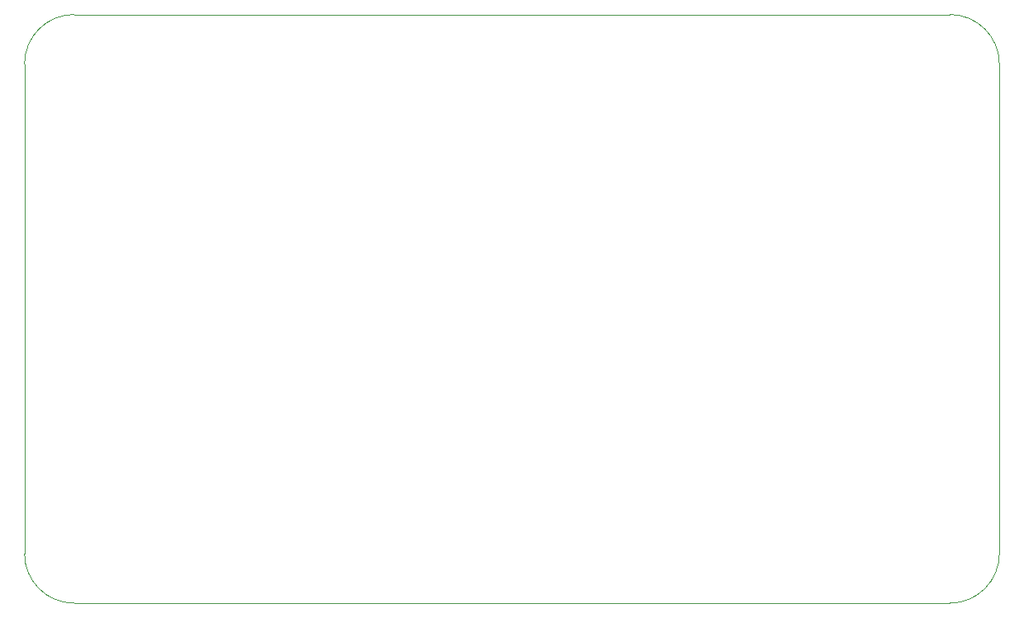
<source format=gbr>
G04 #@! TF.GenerationSoftware,KiCad,Pcbnew,(5.1.2-1)-1*
G04 #@! TF.CreationDate,2020-04-13T15:16:54-04:00*
G04 #@! TF.ProjectId,GR_Stepper_IO,47525f53-7465-4707-9065-725f494f2e6b,rev?*
G04 #@! TF.SameCoordinates,Original*
G04 #@! TF.FileFunction,Profile,NP*
%FSLAX46Y46*%
G04 Gerber Fmt 4.6, Leading zero omitted, Abs format (unit mm)*
G04 Created by KiCad (PCBNEW (5.1.2-1)-1) date 2020-04-13 15:16:55*
%MOMM*%
%LPD*%
G04 APERTURE LIST*
%ADD10C,0.025400*%
G04 APERTURE END LIST*
D10*
X93091000Y-105364000D02*
G75*
G02X88011000Y-100284000I0J5080000D01*
G01*
X187960000Y-100284000D02*
G75*
G02X182880000Y-105364000I-5080000J0D01*
G01*
X182880000Y-44958000D02*
G75*
G02X187960000Y-50038000I0J-5080000D01*
G01*
X88011000Y-50038000D02*
G75*
G02X93091000Y-44958000I5080000J0D01*
G01*
X88011000Y-100284000D02*
X88011000Y-50038000D01*
X182880000Y-105364000D02*
X93091000Y-105364000D01*
X187960000Y-50038000D02*
X187960000Y-100284000D01*
X93091000Y-44958000D02*
X182880000Y-44958000D01*
M02*

</source>
